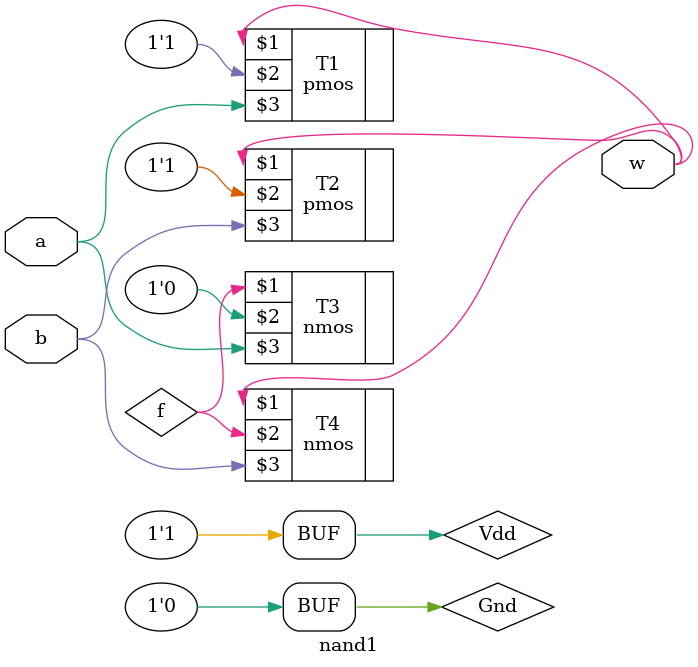
<source format=v>
module nand1(input a,b,output w);
  wire f;
  supply1 Vdd;
  supply0 Gnd;
  pmos #(5,6,7) T1(w,Vdd,a),
                T2(w,Vdd,b);
  nmos #(3,4,5) T3(f,Gnd,a),
                T4(w,f,b);
endmodule

</source>
